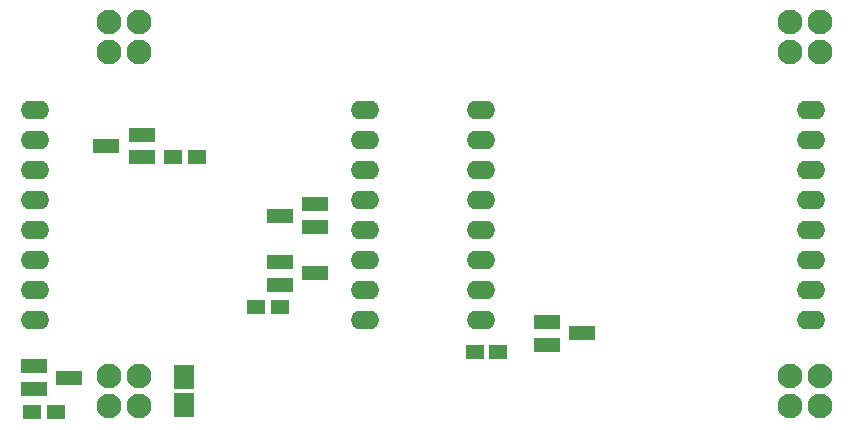
<source format=gbr>
G04 #@! TF.FileFunction,Soldermask,Bot*
%FSLAX46Y46*%
G04 Gerber Fmt 4.6, Leading zero omitted, Abs format (unit mm)*
G04 Created by KiCad (PCBNEW 4.0.6) date 09/03/17 13:59:48*
%MOMM*%
%LPD*%
G01*
G04 APERTURE LIST*
%ADD10C,0.100000*%
%ADD11R,2.300000X1.200000*%
%ADD12R,1.600000X1.300000*%
%ADD13O,2.400000X1.600000*%
%ADD14C,2.100000*%
%ADD15R,1.700000X2.000000*%
G04 APERTURE END LIST*
D10*
D11*
X51054000Y-50160000D03*
X51054000Y-48260000D03*
X54054000Y-49210000D03*
X73660000Y-55240000D03*
X73660000Y-53340000D03*
X76660000Y-54290000D03*
X39370000Y-37470000D03*
X39370000Y-39370000D03*
X36370000Y-38420000D03*
X30250000Y-58989000D03*
X30250000Y-57089000D03*
X33250000Y-58039000D03*
D12*
X51054000Y-52070000D03*
X49054000Y-52070000D03*
X69580000Y-55880000D03*
X67580000Y-55880000D03*
X42053000Y-39370000D03*
X44053000Y-39370000D03*
X32115000Y-60960000D03*
X30115000Y-60960000D03*
D13*
X68130000Y-35410000D03*
X96070000Y-35410000D03*
X68130000Y-37950000D03*
X96070000Y-37950000D03*
X68130000Y-40490000D03*
X96070000Y-40490000D03*
X68130000Y-43030000D03*
X96070000Y-43030000D03*
X68130000Y-45570000D03*
X96070000Y-45570000D03*
X68130000Y-48110000D03*
X96070000Y-48110000D03*
X68130000Y-50650000D03*
X96070000Y-50650000D03*
X68130000Y-53190000D03*
X96070000Y-53190000D03*
X30330000Y-35410000D03*
X58270000Y-35410000D03*
X30330000Y-37950000D03*
X58270000Y-37950000D03*
X30330000Y-40490000D03*
X58270000Y-40490000D03*
X30330000Y-43030000D03*
X58270000Y-43030000D03*
X30330000Y-45570000D03*
X58270000Y-45570000D03*
X30330000Y-48110000D03*
X58270000Y-48110000D03*
X30330000Y-50650000D03*
X58270000Y-50650000D03*
X30330000Y-53190000D03*
X58270000Y-53190000D03*
D14*
X39116000Y-27940000D03*
X39116000Y-30480000D03*
X36576000Y-27940000D03*
X36576000Y-30480000D03*
X39116000Y-57912000D03*
X39116000Y-60452000D03*
X36576000Y-57912000D03*
X36576000Y-60452000D03*
X96774000Y-57912000D03*
X96774000Y-60452000D03*
X94234000Y-57912000D03*
X94234000Y-60452000D03*
X96774000Y-27940000D03*
X96774000Y-30480000D03*
X94234000Y-27940000D03*
X94234000Y-30480000D03*
D11*
X54054000Y-43373000D03*
X54054000Y-45273000D03*
X51054000Y-44323000D03*
D15*
X42926000Y-57982000D03*
X42926000Y-60382000D03*
M02*

</source>
